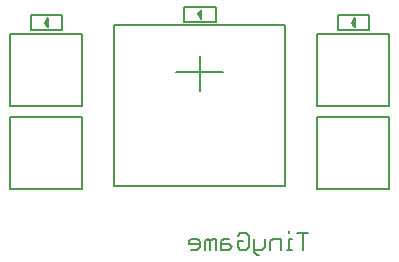
<source format=gbo>
G75*
%MOIN*%
%OFA0B0*%
%FSLAX24Y24*%
%IPPOS*%
%LPD*%
%AMOC8*
5,1,8,0,0,1.08239X$1,22.5*
%
%ADD10C,0.0050*%
D10*
X001337Y002518D02*
X003737Y002518D01*
X003737Y004918D01*
X001337Y004918D01*
X001337Y002518D01*
X004801Y002624D02*
X004801Y007978D01*
X010510Y007978D01*
X010510Y002624D01*
X004801Y002624D01*
X007286Y000766D02*
X007286Y000676D01*
X007647Y000676D01*
X007647Y000766D02*
X007647Y000585D01*
X007557Y000495D01*
X007376Y000495D01*
X007286Y000766D02*
X007376Y000856D01*
X007557Y000856D01*
X007647Y000766D01*
X007830Y000766D02*
X007920Y000856D01*
X008010Y000766D01*
X008010Y000495D01*
X007830Y000495D02*
X007830Y000766D01*
X008010Y000766D02*
X008101Y000856D01*
X008191Y000856D01*
X008191Y000495D01*
X008374Y000495D02*
X008644Y000495D01*
X008734Y000585D01*
X008644Y000676D01*
X008374Y000676D01*
X008374Y000766D02*
X008374Y000495D01*
X008374Y000766D02*
X008464Y000856D01*
X008644Y000856D01*
X008918Y000946D02*
X009008Y001036D01*
X009188Y001036D01*
X009278Y000946D01*
X009278Y000585D01*
X009188Y000495D01*
X009008Y000495D01*
X008918Y000585D01*
X008918Y000766D01*
X009098Y000766D01*
X009461Y000856D02*
X009461Y000405D01*
X009551Y000315D01*
X009642Y000315D01*
X009732Y000495D02*
X009461Y000495D01*
X009732Y000495D02*
X009822Y000585D01*
X009822Y000856D01*
X010005Y000766D02*
X010005Y000495D01*
X010366Y000495D02*
X010366Y000856D01*
X010095Y000856D01*
X010005Y000766D01*
X010548Y000495D02*
X010728Y000495D01*
X010638Y000495D02*
X010638Y000856D01*
X010728Y000856D01*
X010638Y001036D02*
X010638Y001126D01*
X010911Y001036D02*
X011272Y001036D01*
X011092Y001036D02*
X011092Y000495D01*
X011573Y002518D02*
X013973Y002518D01*
X013973Y004918D01*
X011573Y004918D01*
X011573Y002518D01*
X011573Y005274D02*
X013973Y005274D01*
X013973Y007674D01*
X011573Y007674D01*
X011573Y005274D01*
X008443Y006427D02*
X006868Y006427D01*
X006868Y006431D02*
X008443Y006431D01*
X007655Y006955D02*
X007655Y005773D01*
X007655Y005777D02*
X007655Y006958D01*
X007130Y008094D02*
X008180Y008094D01*
X008180Y008594D01*
X007130Y008594D01*
X007130Y008094D01*
X007605Y008344D02*
X007655Y008419D01*
X007655Y008269D01*
X007605Y008344D01*
X007655Y008269D02*
X007705Y008194D01*
X007705Y008494D01*
X007655Y008419D01*
X007680Y008444D02*
X007680Y008244D01*
X003737Y007674D02*
X003737Y005274D01*
X001337Y005274D01*
X001337Y007674D01*
X003737Y007674D01*
X003062Y007799D02*
X003062Y008299D01*
X002012Y008299D01*
X002012Y007799D01*
X003062Y007799D01*
X002587Y007899D02*
X002587Y008199D01*
X002537Y008124D01*
X002537Y007974D01*
X002487Y008049D01*
X002537Y008124D01*
X002562Y008149D02*
X002562Y007949D01*
X002537Y007974D02*
X002587Y007899D01*
X012248Y007799D02*
X013298Y007799D01*
X013298Y008299D01*
X012248Y008299D01*
X012248Y007799D01*
X012723Y008049D02*
X012773Y008124D01*
X012773Y007974D01*
X012723Y008049D01*
X012773Y007974D02*
X012823Y007899D01*
X012823Y008199D01*
X012773Y008124D01*
X012798Y008149D02*
X012798Y007949D01*
M02*

</source>
